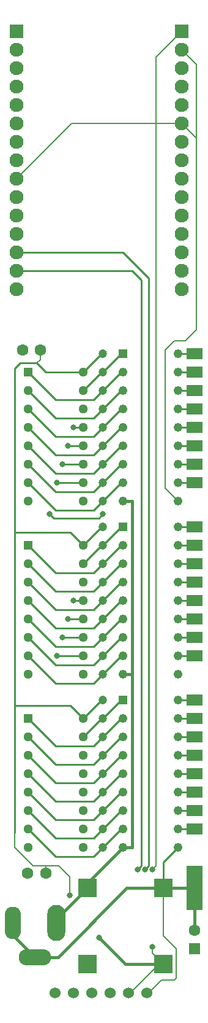
<source format=gtl>
%TF.GenerationSoftware,KiCad,Pcbnew,(7.0.0)*%
%TF.CreationDate,2023-05-15T22:46:06-04:00*%
%TF.ProjectId,clockPCB,636c6f63-6b50-4434-922e-6b696361645f,rev?*%
%TF.SameCoordinates,Original*%
%TF.FileFunction,Copper,L1,Top*%
%TF.FilePolarity,Positive*%
%FSLAX46Y46*%
G04 Gerber Fmt 4.6, Leading zero omitted, Abs format (unit mm)*
G04 Created by KiCad (PCBNEW (7.0.0)) date 2023-05-15 22:46:06*
%MOMM*%
%LPD*%
G01*
G04 APERTURE LIST*
%TA.AperFunction,SMDPad,CuDef*%
%ADD10R,2.286000X1.524000*%
%TD*%
%TA.AperFunction,ComponentPad*%
%ADD11C,1.600000*%
%TD*%
%TA.AperFunction,ComponentPad*%
%ADD12R,1.600000X1.600000*%
%TD*%
%TA.AperFunction,SMDPad,CuDef*%
%ADD13R,2.286000X6.096000*%
%TD*%
%TA.AperFunction,ComponentPad*%
%ADD14R,1.295400X1.295400*%
%TD*%
%TA.AperFunction,ComponentPad*%
%ADD15C,1.295400*%
%TD*%
%TA.AperFunction,ComponentPad*%
%ADD16R,1.930000X1.930000*%
%TD*%
%TA.AperFunction,ComponentPad*%
%ADD17C,1.930000*%
%TD*%
%TA.AperFunction,ComponentPad*%
%ADD18C,1.200000*%
%TD*%
%TA.AperFunction,ComponentPad*%
%ADD19O,2.500000X5.000000*%
%TD*%
%TA.AperFunction,ComponentPad*%
%ADD20O,2.250000X4.500000*%
%TD*%
%TA.AperFunction,ComponentPad*%
%ADD21O,4.500000X2.250000*%
%TD*%
%TA.AperFunction,ComponentPad*%
%ADD22R,1.227074X1.227074*%
%TD*%
%TA.AperFunction,ComponentPad*%
%ADD23C,1.227074*%
%TD*%
%TA.AperFunction,ComponentPad*%
%ADD24C,1.524000*%
%TD*%
%TA.AperFunction,SMDPad,CuDef*%
%ADD25R,2.500000X2.500000*%
%TD*%
%TA.AperFunction,ViaPad*%
%ADD26C,0.800000*%
%TD*%
%TA.AperFunction,Conductor*%
%ADD27C,0.250000*%
%TD*%
%TA.AperFunction,Conductor*%
%ADD28C,0.200000*%
%TD*%
%TA.AperFunction,Conductor*%
%ADD29C,0.400000*%
%TD*%
G04 APERTURE END LIST*
D10*
%TO.P,,*%
%TO.N,*%
X148843999Y-96964499D03*
%TD*%
%TO.P,,*%
%TO.N,*%
X148843999Y-115760499D03*
%TD*%
D11*
%TO.P,REF\u002A\u002A,1*%
%TO.N,N/C*%
X124988000Y-67500500D03*
%TO.P,REF\u002A\u002A,2*%
X127488000Y-67500500D03*
%TD*%
D12*
%TO.P,REF\u002A\u002A,1*%
%TO.N,N/C*%
X148843999Y-150010499D03*
D11*
%TO.P,REF\u002A\u002A,2*%
X148844000Y-147510500D03*
%TD*%
D10*
%TO.P,,*%
%TO.N,*%
X148843999Y-73088499D03*
%TD*%
%TO.P,REF\u002A\u002A,*%
%TO.N,*%
X148843999Y-94424499D03*
%TD*%
D13*
%TO.P,REF\u002A\u002A,*%
%TO.N,*%
X148843999Y-141668499D03*
%TD*%
D10*
%TO.P,,*%
%TO.N,*%
X148843999Y-91884499D03*
%TD*%
D14*
%TO.P,REF\u002A\u002A,1*%
%TO.N,N/C*%
X125793499Y-70548499D03*
D15*
%TO.P,REF\u002A\u002A,2*%
X125793500Y-73088500D03*
%TO.P,REF\u002A\u002A,3*%
X125793500Y-75628500D03*
%TO.P,REF\u002A\u002A,4*%
X125793500Y-78168500D03*
%TO.P,REF\u002A\u002A,5*%
X125793500Y-80708500D03*
%TO.P,REF\u002A\u002A,6*%
X125793500Y-83248500D03*
%TO.P,REF\u002A\u002A,7*%
X125793500Y-85788500D03*
%TO.P,REF\u002A\u002A,8*%
X125793500Y-88328500D03*
%TO.P,REF\u002A\u002A,9*%
X133413500Y-88328500D03*
%TO.P,REF\u002A\u002A,10*%
X133413500Y-85788500D03*
%TO.P,REF\u002A\u002A,11*%
X133413500Y-83248500D03*
%TO.P,REF\u002A\u002A,12*%
X133413500Y-80708500D03*
%TO.P,REF\u002A\u002A,13*%
X133413500Y-78168500D03*
%TO.P,REF\u002A\u002A,14*%
X133413500Y-75628500D03*
%TO.P,REF\u002A\u002A,15*%
X133413500Y-73088500D03*
%TO.P,REF\u002A\u002A,16*%
X133413500Y-70548500D03*
%TD*%
D10*
%TO.P,,*%
%TO.N,*%
X148843999Y-68008499D03*
%TD*%
D16*
%TO.P,REF\u002A\u002A,J1_1*%
%TO.N,N/C*%
X124205999Y-23558499D03*
D17*
%TO.P,REF\u002A\u002A,J1_2*%
X124206000Y-26098500D03*
%TO.P,REF\u002A\u002A,J1_3*%
X124206000Y-28638500D03*
%TO.P,REF\u002A\u002A,J1_4*%
X124206000Y-31178500D03*
%TO.P,REF\u002A\u002A,J1_5*%
X124206000Y-33718500D03*
%TO.P,REF\u002A\u002A,J1_6*%
X124206000Y-36258500D03*
%TO.P,REF\u002A\u002A,J1_7*%
X124206000Y-38798500D03*
%TO.P,REF\u002A\u002A,J1_8*%
X124206000Y-41338500D03*
%TO.P,REF\u002A\u002A,J1_9*%
X124206000Y-43878500D03*
%TO.P,REF\u002A\u002A,J1_10*%
X124206000Y-46418500D03*
%TO.P,REF\u002A\u002A,J1_11*%
X124206000Y-48958500D03*
%TO.P,REF\u002A\u002A,J1_12*%
X124206000Y-51498500D03*
%TO.P,REF\u002A\u002A,J1_13*%
X124206000Y-54038500D03*
%TO.P,REF\u002A\u002A,J1_14*%
X124206000Y-56578500D03*
%TO.P,REF\u002A\u002A,J1_15*%
X124206000Y-59118500D03*
D16*
%TO.P,REF\u002A\u002A,J2_1*%
X147065999Y-23558499D03*
D17*
%TO.P,REF\u002A\u002A,J2_2*%
X147066000Y-26098500D03*
%TO.P,REF\u002A\u002A,J2_3*%
X147066000Y-28638500D03*
%TO.P,REF\u002A\u002A,J2_4*%
X147066000Y-31178500D03*
%TO.P,REF\u002A\u002A,J2_5*%
X147066000Y-33718500D03*
%TO.P,REF\u002A\u002A,J2_6*%
X147066000Y-36258500D03*
%TO.P,REF\u002A\u002A,J2_7*%
X147066000Y-38798500D03*
%TO.P,REF\u002A\u002A,J2_8*%
X147066000Y-41338500D03*
%TO.P,REF\u002A\u002A,J2_9*%
X147066000Y-43878500D03*
%TO.P,REF\u002A\u002A,J2_10*%
X147066000Y-46418500D03*
%TO.P,REF\u002A\u002A,J2_11*%
X147066000Y-48958500D03*
%TO.P,REF\u002A\u002A,J2_12*%
X147066000Y-51498500D03*
%TO.P,REF\u002A\u002A,J2_13*%
X147066000Y-54038500D03*
%TO.P,REF\u002A\u002A,J2_14*%
X147066000Y-56578500D03*
%TO.P,REF\u002A\u002A,J2_15*%
X147066000Y-59118500D03*
%TD*%
D10*
%TO.P,REF\u002A\u002A,*%
%TO.N,*%
X148843999Y-118300499D03*
%TD*%
D18*
%TO.P,REF\u002A\u002A,1*%
%TO.N,N/C*%
X136144000Y-68008500D03*
%TO.P,REF\u002A\u002A,2*%
X136144000Y-70548500D03*
%TO.P,REF\u002A\u002A,3*%
X136144000Y-73088500D03*
%TO.P,REF\u002A\u002A,4*%
X136144000Y-75628500D03*
%TO.P,REF\u002A\u002A,5*%
X136144000Y-78168500D03*
%TO.P,REF\u002A\u002A,6*%
X136144000Y-80708500D03*
%TO.P,REF\u002A\u002A,7*%
X136144000Y-83248500D03*
%TO.P,REF\u002A\u002A,8*%
X136144000Y-85788500D03*
%TO.P,REF\u002A\u002A,9*%
X136144000Y-88328500D03*
%TD*%
D10*
%TO.P,REF\u002A\u002A,*%
%TO.N,*%
X148843999Y-80708499D03*
%TD*%
%TO.P,REF\u002A\u002A,*%
%TO.N,*%
X148843999Y-128460499D03*
%TD*%
%TO.P,,*%
%TO.N,*%
X148843999Y-120840499D03*
%TD*%
D19*
%TO.P,REF\u002A\u002A,1*%
%TO.N,N/C*%
X129697999Y-146494499D03*
D20*
%TO.P,REF\u002A\u002A,2*%
X123697999Y-146494499D03*
D21*
%TO.P,REF\u002A\u002A,3*%
X126697999Y-151194499D03*
%TD*%
D10*
%TO.P,REF\u002A\u002A,*%
%TO.N,*%
X148843999Y-109664499D03*
%TD*%
%TO.P,REF\u002A\u002A,*%
%TO.N,*%
X148843999Y-99504499D03*
%TD*%
%TO.P,,*%
%TO.N,*%
X148843999Y-125920499D03*
%TD*%
%TO.P,,*%
%TO.N,*%
X148843999Y-85788499D03*
%TD*%
%TO.P,,*%
%TO.N,*%
X148843999Y-102044499D03*
%TD*%
D18*
%TO.P,REF\u002A\u002A,1*%
%TO.N,N/C*%
X136144000Y-115760500D03*
%TO.P,REF\u002A\u002A,2*%
X136144000Y-118300500D03*
%TO.P,REF\u002A\u002A,3*%
X136144000Y-120840500D03*
%TO.P,REF\u002A\u002A,4*%
X136144000Y-123380500D03*
%TO.P,REF\u002A\u002A,5*%
X136144000Y-125920500D03*
%TO.P,REF\u002A\u002A,6*%
X136144000Y-128460500D03*
%TO.P,REF\u002A\u002A,7*%
X136144000Y-131000500D03*
%TO.P,REF\u002A\u002A,8*%
X136144000Y-133540500D03*
%TO.P,REF\u002A\u002A,9*%
X136144000Y-136080500D03*
%TD*%
D22*
%TO.P,REF\u002A\u002A,1*%
%TO.N,N/C*%
X138937999Y-115760499D03*
D23*
%TO.P,REF\u002A\u002A,2*%
X138938000Y-118300500D03*
%TO.P,REF\u002A\u002A,3*%
X138938000Y-120840500D03*
%TO.P,REF\u002A\u002A,4*%
X138938000Y-123380500D03*
%TO.P,REF\u002A\u002A,5*%
X138938000Y-125920500D03*
%TO.P,REF\u002A\u002A,6*%
X138938000Y-128460500D03*
%TO.P,REF\u002A\u002A,7*%
X138938000Y-131000500D03*
%TO.P,REF\u002A\u002A,8*%
X138938000Y-133540500D03*
%TO.P,REF\u002A\u002A,9*%
X138938000Y-136080500D03*
%TO.P,REF\u002A\u002A,10*%
X146558000Y-136080500D03*
%TO.P,REF\u002A\u002A,11*%
X146558000Y-133540500D03*
%TO.P,REF\u002A\u002A,12*%
X146558000Y-131000500D03*
%TO.P,REF\u002A\u002A,13*%
X146558000Y-128460500D03*
%TO.P,REF\u002A\u002A,14*%
X146558000Y-125920500D03*
%TO.P,REF\u002A\u002A,15*%
X146558000Y-123380500D03*
%TO.P,REF\u002A\u002A,16*%
X146558000Y-120840500D03*
%TO.P,REF\u002A\u002A,17*%
X146558000Y-118300500D03*
%TO.P,REF\u002A\u002A,18*%
X146558000Y-115760500D03*
%TD*%
D10*
%TO.P,REF\u002A\u002A,*%
%TO.N,*%
X148843999Y-104584499D03*
%TD*%
D14*
%TO.P,REF\u002A\u002A,1*%
%TO.N,N/C*%
X125793499Y-118300499D03*
D15*
%TO.P,REF\u002A\u002A,2*%
X125793500Y-120840500D03*
%TO.P,REF\u002A\u002A,3*%
X125793500Y-123380500D03*
%TO.P,REF\u002A\u002A,4*%
X125793500Y-125920500D03*
%TO.P,REF\u002A\u002A,5*%
X125793500Y-128460500D03*
%TO.P,REF\u002A\u002A,6*%
X125793500Y-131000500D03*
%TO.P,REF\u002A\u002A,7*%
X125793500Y-133540500D03*
%TO.P,REF\u002A\u002A,8*%
X125793500Y-136080500D03*
%TO.P,REF\u002A\u002A,9*%
X133413500Y-136080500D03*
%TO.P,REF\u002A\u002A,10*%
X133413500Y-133540500D03*
%TO.P,REF\u002A\u002A,11*%
X133413500Y-131000500D03*
%TO.P,REF\u002A\u002A,12*%
X133413500Y-128460500D03*
%TO.P,REF\u002A\u002A,13*%
X133413500Y-125920500D03*
%TO.P,REF\u002A\u002A,14*%
X133413500Y-123380500D03*
%TO.P,REF\u002A\u002A,15*%
X133413500Y-120840500D03*
%TO.P,REF\u002A\u002A,16*%
X133413500Y-118300500D03*
%TD*%
D10*
%TO.P,,*%
%TO.N,*%
X148843999Y-83248499D03*
%TD*%
%TO.P,,*%
%TO.N,*%
X148843999Y-75628499D03*
%TD*%
%TO.P,REF\u002A\u002A,*%
%TO.N,*%
X148843999Y-133540499D03*
%TD*%
%TO.P,,*%
%TO.N,*%
X148843999Y-131000499D03*
%TD*%
D24*
%TO.P,REF\u002A\u002A,32K*%
%TO.N,N/C*%
X129540000Y-156146500D03*
%TO.P,REF\u002A\u002A,GND*%
X142240000Y-156146500D03*
%TO.P,REF\u002A\u002A,SCL*%
X134620000Y-156146500D03*
%TO.P,REF\u002A\u002A,SDA*%
X137160000Y-156146500D03*
%TO.P,REF\u002A\u002A,SQW*%
X132080000Y-156146500D03*
%TO.P,REF\u002A\u002A,VCC*%
X139700000Y-156146500D03*
%TD*%
D11*
%TO.P,REF\u002A\u002A,1*%
%TO.N,N/C*%
X125730000Y-139636500D03*
%TO.P,REF\u002A\u002A,2*%
X128230000Y-139636500D03*
%TD*%
D14*
%TO.P,REF\u002A\u002A,1*%
%TO.N,N/C*%
X125793499Y-94424499D03*
D15*
%TO.P,REF\u002A\u002A,2*%
X125793500Y-96964500D03*
%TO.P,REF\u002A\u002A,3*%
X125793500Y-99504500D03*
%TO.P,REF\u002A\u002A,4*%
X125793500Y-102044500D03*
%TO.P,REF\u002A\u002A,5*%
X125793500Y-104584500D03*
%TO.P,REF\u002A\u002A,6*%
X125793500Y-107124500D03*
%TO.P,REF\u002A\u002A,7*%
X125793500Y-109664500D03*
%TO.P,REF\u002A\u002A,8*%
X125793500Y-112204500D03*
%TO.P,REF\u002A\u002A,9*%
X133413500Y-112204500D03*
%TO.P,REF\u002A\u002A,10*%
X133413500Y-109664500D03*
%TO.P,REF\u002A\u002A,11*%
X133413500Y-107124500D03*
%TO.P,REF\u002A\u002A,12*%
X133413500Y-104584500D03*
%TO.P,REF\u002A\u002A,13*%
X133413500Y-102044500D03*
%TO.P,REF\u002A\u002A,14*%
X133413500Y-99504500D03*
%TO.P,REF\u002A\u002A,15*%
X133413500Y-96964500D03*
%TO.P,REF\u002A\u002A,16*%
X133413500Y-94424500D03*
%TD*%
D10*
%TO.P,,*%
%TO.N,*%
X148843999Y-107124499D03*
%TD*%
D22*
%TO.P,REF\u002A\u002A,1*%
%TO.N,N/C*%
X138937999Y-91884499D03*
D23*
%TO.P,REF\u002A\u002A,2*%
X138938000Y-94424500D03*
%TO.P,REF\u002A\u002A,3*%
X138938000Y-96964500D03*
%TO.P,REF\u002A\u002A,4*%
X138938000Y-99504500D03*
%TO.P,REF\u002A\u002A,5*%
X138938000Y-102044500D03*
%TO.P,REF\u002A\u002A,6*%
X138938000Y-104584500D03*
%TO.P,REF\u002A\u002A,7*%
X138938000Y-107124500D03*
%TO.P,REF\u002A\u002A,8*%
X138938000Y-109664500D03*
%TO.P,REF\u002A\u002A,9*%
X138938000Y-112204500D03*
%TO.P,REF\u002A\u002A,10*%
X146558000Y-112204500D03*
%TO.P,REF\u002A\u002A,11*%
X146558000Y-109664500D03*
%TO.P,REF\u002A\u002A,12*%
X146558000Y-107124500D03*
%TO.P,REF\u002A\u002A,13*%
X146558000Y-104584500D03*
%TO.P,REF\u002A\u002A,14*%
X146558000Y-102044500D03*
%TO.P,REF\u002A\u002A,15*%
X146558000Y-99504500D03*
%TO.P,REF\u002A\u002A,16*%
X146558000Y-96964500D03*
%TO.P,REF\u002A\u002A,17*%
X146558000Y-94424500D03*
%TO.P,REF\u002A\u002A,18*%
X146558000Y-91884500D03*
%TD*%
D10*
%TO.P,,*%
%TO.N,*%
X148843999Y-78168499D03*
%TD*%
D25*
%TO.P,REF\u002A\u002A,1*%
%TO.N,N/C*%
X134025999Y-141668499D03*
%TO.P,REF\u002A\u002A,2*%
X134025999Y-152168499D03*
%TO.P,REF\u002A\u002A,3*%
X144525999Y-152168499D03*
%TO.P,REF\u002A\u002A,4*%
X144525999Y-141668499D03*
%TD*%
D18*
%TO.P,REF\u002A\u002A,1*%
%TO.N,N/C*%
X136144000Y-91884500D03*
%TO.P,REF\u002A\u002A,2*%
X136144000Y-94424500D03*
%TO.P,REF\u002A\u002A,3*%
X136144000Y-96964500D03*
%TO.P,REF\u002A\u002A,4*%
X136144000Y-99504500D03*
%TO.P,REF\u002A\u002A,5*%
X136144000Y-102044500D03*
%TO.P,REF\u002A\u002A,6*%
X136144000Y-104584500D03*
%TO.P,REF\u002A\u002A,7*%
X136144000Y-107124500D03*
%TO.P,REF\u002A\u002A,8*%
X136144000Y-109664500D03*
%TO.P,REF\u002A\u002A,9*%
X136144000Y-112204500D03*
%TD*%
D10*
%TO.P,REF\u002A\u002A,*%
%TO.N,*%
X148843999Y-70548499D03*
%TD*%
D22*
%TO.P,REF\u002A\u002A,1*%
%TO.N,N/C*%
X138937999Y-68008499D03*
D23*
%TO.P,REF\u002A\u002A,2*%
X138938000Y-70548500D03*
%TO.P,REF\u002A\u002A,3*%
X138938000Y-73088500D03*
%TO.P,REF\u002A\u002A,4*%
X138938000Y-75628500D03*
%TO.P,REF\u002A\u002A,5*%
X138938000Y-78168500D03*
%TO.P,REF\u002A\u002A,6*%
X138938000Y-80708500D03*
%TO.P,REF\u002A\u002A,7*%
X138938000Y-83248500D03*
%TO.P,REF\u002A\u002A,8*%
X138938000Y-85788500D03*
%TO.P,REF\u002A\u002A,9*%
X138938000Y-88328500D03*
%TO.P,REF\u002A\u002A,10*%
X146558000Y-88328500D03*
%TO.P,REF\u002A\u002A,11*%
X146558000Y-85788500D03*
%TO.P,REF\u002A\u002A,12*%
X146558000Y-83248500D03*
%TO.P,REF\u002A\u002A,13*%
X146558000Y-80708500D03*
%TO.P,REF\u002A\u002A,14*%
X146558000Y-78168500D03*
%TO.P,REF\u002A\u002A,15*%
X146558000Y-75628500D03*
%TO.P,REF\u002A\u002A,16*%
X146558000Y-73088500D03*
%TO.P,REF\u002A\u002A,17*%
X146558000Y-70548500D03*
%TO.P,REF\u002A\u002A,18*%
X146558000Y-68008500D03*
%TD*%
D10*
%TO.P,,*%
%TO.N,*%
X148843999Y-123380499D03*
%TD*%
D26*
%TO.N,*%
X131572000Y-142684500D03*
X143002000Y-149796500D03*
X132080000Y-102044500D03*
X140970000Y-139128500D03*
X131318000Y-104584500D03*
X129794000Y-85788500D03*
X141986000Y-139128500D03*
X135636000Y-148526500D03*
X136144000Y-90106500D03*
X130556000Y-107124500D03*
X130556000Y-83248500D03*
X128778000Y-90106500D03*
X143002000Y-139128500D03*
X131318000Y-80708500D03*
X129794000Y-109664500D03*
X132080000Y-78168500D03*
%TD*%
D27*
%TO.N,*%
X129349500Y-90678000D02*
X128778000Y-90106500D01*
X135572500Y-90678000D02*
X129349500Y-90678000D01*
X136144000Y-90106500D02*
X135572500Y-90678000D01*
D28*
X147066000Y-36258500D02*
X131826000Y-36258500D01*
X131826000Y-36258500D02*
X124206000Y-43878500D01*
D27*
X135953500Y-68008500D02*
X136144000Y-68008500D01*
X133413500Y-70548500D02*
X135953500Y-68008500D01*
X135953500Y-91884500D02*
X136144000Y-91884500D01*
X133413500Y-94424500D02*
X135953500Y-91884500D01*
X135953500Y-115760500D02*
X136144000Y-115760500D01*
X133413500Y-118300500D02*
X135953500Y-115760500D01*
D29*
X139446000Y-141668500D02*
X144526000Y-141668500D01*
D27*
X138684000Y-102044500D02*
X138938000Y-102044500D01*
X133254750Y-78168500D02*
X132080000Y-78168500D01*
X148844000Y-73088500D02*
X146558000Y-73088500D01*
X134874000Y-132270500D02*
X136144000Y-131000500D01*
D28*
X149098000Y-64706500D02*
X149098000Y-38798500D01*
D29*
X129920000Y-151194500D02*
X139446000Y-141668500D01*
D28*
X131572000Y-140144500D02*
X131572000Y-142684500D01*
D27*
X129603500Y-98234500D02*
X134874000Y-98234500D01*
X138684000Y-107124500D02*
X138938000Y-107124500D01*
X130556000Y-107124500D02*
X133413500Y-107124500D01*
D29*
X138938000Y-136080500D02*
X134026000Y-140992500D01*
D27*
X129603500Y-122110500D02*
X134874000Y-122110500D01*
X148844000Y-96964500D02*
X146558000Y-96964500D01*
X125793500Y-96964500D02*
X129603500Y-100774500D01*
X125793500Y-99504500D02*
X129603500Y-103314500D01*
X136144000Y-96964500D02*
X138684000Y-94424500D01*
X125793500Y-107124500D02*
X129603500Y-110934500D01*
X125793500Y-104584500D02*
X129603500Y-108394500D01*
D28*
X123952000Y-136080500D02*
X126492000Y-138620500D01*
D29*
X126698000Y-151194500D02*
X129920000Y-151194500D01*
D27*
X148844000Y-94424500D02*
X146558000Y-94424500D01*
X136144000Y-99504500D02*
X138684000Y-96964500D01*
X134874000Y-81978500D02*
X136144000Y-80708500D01*
X129603500Y-105854500D02*
X134874000Y-105854500D01*
D29*
X140208000Y-112204500D02*
X140208000Y-88328500D01*
D27*
X134874000Y-129730500D02*
X136144000Y-128460500D01*
X123952000Y-116522500D02*
X123952000Y-134048500D01*
X125793500Y-128460500D02*
X129603500Y-132270500D01*
X148844000Y-118300500D02*
X146558000Y-118300500D01*
X134874000Y-98234500D02*
X136144000Y-96964500D01*
X133413500Y-109664500D02*
X129794000Y-109664500D01*
X136144000Y-120840500D02*
X138684000Y-118300500D01*
D28*
X144526000Y-148272500D02*
X144526000Y-141668500D01*
D27*
X136144000Y-78168500D02*
X138684000Y-75628500D01*
D28*
X127000000Y-69278500D02*
X127488000Y-68790500D01*
D27*
X125793500Y-70548500D02*
X129603500Y-74358500D01*
X136144000Y-125920500D02*
X138684000Y-123380500D01*
D28*
X143002000Y-149796500D02*
X143002000Y-150644500D01*
D27*
X133413500Y-73088500D02*
X135953500Y-70548500D01*
X138684000Y-96964500D02*
X138938000Y-96964500D01*
D29*
X139278000Y-152168500D02*
X135636000Y-148526500D01*
X144526000Y-141668500D02*
X148844000Y-141668500D01*
D27*
X136144000Y-123380500D02*
X138684000Y-120840500D01*
X125793500Y-131000500D02*
X129603500Y-134810500D01*
X129603500Y-79438500D02*
X134874000Y-79438500D01*
X138684000Y-104584500D02*
X138938000Y-104584500D01*
X134874000Y-110934500D02*
X136144000Y-109664500D01*
X148844000Y-91884500D02*
X146558000Y-91884500D01*
X141478000Y-138620500D02*
X141478000Y-57848500D01*
X125793500Y-85788500D02*
X129603500Y-89598500D01*
X134874000Y-84518500D02*
X136144000Y-83248500D01*
X134874000Y-103314500D02*
X136144000Y-102044500D01*
X125793500Y-123380500D02*
X129603500Y-127190500D01*
X125793500Y-120840500D02*
X129603500Y-124650500D01*
X133413500Y-70548500D02*
X128270000Y-70548500D01*
X129603500Y-81978500D02*
X134874000Y-81978500D01*
X138684000Y-131000500D02*
X138938000Y-131000500D01*
X135953500Y-70548500D02*
X136144000Y-70548500D01*
X142494000Y-138620500D02*
X142494000Y-57594500D01*
X148844000Y-131000500D02*
X146558000Y-131000500D01*
X129603500Y-132270500D02*
X134874000Y-132270500D01*
D28*
X144780000Y-86550500D02*
X144780000Y-67500500D01*
D27*
X144526000Y-138112500D02*
X146558000Y-136080500D01*
X138684000Y-83248500D02*
X138938000Y-83248500D01*
X129603500Y-100774500D02*
X134874000Y-100774500D01*
X133254750Y-85788500D02*
X129889250Y-85788500D01*
X123952000Y-116522500D02*
X123952000Y-92646500D01*
X148844000Y-83248500D02*
X146558000Y-83248500D01*
X136144000Y-112204500D02*
X138684000Y-109664500D01*
X148844000Y-68008500D02*
X146558000Y-68008500D01*
X138684000Y-75628500D02*
X138938000Y-75628500D01*
D28*
X144780000Y-67500500D02*
X146050000Y-66230500D01*
D27*
X135953500Y-118300500D02*
X136144000Y-118300500D01*
D29*
X140208000Y-136080500D02*
X140208000Y-112204500D01*
D27*
X148844000Y-85788500D02*
X146558000Y-85788500D01*
X125793500Y-102044500D02*
X129603500Y-105854500D01*
D29*
X134026000Y-140992500D02*
X134026000Y-141668500D01*
D27*
X129603500Y-134810500D02*
X134874000Y-134810500D01*
D28*
X149098000Y-38290500D02*
X149098000Y-38798500D01*
D27*
X138684000Y-80708500D02*
X138938000Y-80708500D01*
X134874000Y-113474500D02*
X136144000Y-112204500D01*
X133413500Y-94424500D02*
X131635500Y-92646500D01*
X136144000Y-83248500D02*
X138684000Y-80708500D01*
D28*
X146304000Y-154114500D02*
X146304000Y-150050500D01*
D27*
X129603500Y-137350500D02*
X134874000Y-137350500D01*
D28*
X147574000Y-66230500D02*
X149098000Y-64706500D01*
D27*
X138684000Y-133540500D02*
X138938000Y-133540500D01*
X134874000Y-79438500D02*
X136144000Y-78168500D01*
D28*
X130048000Y-138620500D02*
X131572000Y-140144500D01*
D27*
X148844000Y-123380500D02*
X146558000Y-123380500D01*
D28*
X141986000Y-156654500D02*
X144272000Y-154368500D01*
D27*
X136144000Y-73088500D02*
X138684000Y-70548500D01*
D28*
X126492000Y-138620500D02*
X128270000Y-138620500D01*
X143510000Y-138620500D02*
X143510000Y-27114500D01*
D27*
X136144000Y-70548500D02*
X138684000Y-68008500D01*
X129603500Y-74358500D02*
X134874000Y-74358500D01*
D29*
X144526000Y-152168500D02*
X139278000Y-152168500D01*
D27*
X128270000Y-70548500D02*
X127000000Y-69278500D01*
X125793500Y-94424500D02*
X129603500Y-98234500D01*
X148844000Y-80708500D02*
X146558000Y-80708500D01*
X148844000Y-78168500D02*
X146558000Y-78168500D01*
X138684000Y-70548500D02*
X138938000Y-70548500D01*
X129603500Y-113474500D02*
X134874000Y-113474500D01*
X134874000Y-76898500D02*
X136144000Y-75628500D01*
X136144000Y-80708500D02*
X138684000Y-78168500D01*
X144526000Y-141668500D02*
X144526000Y-138112500D01*
X134874000Y-134810500D02*
X136144000Y-133540500D01*
X138684000Y-125920500D02*
X138938000Y-125920500D01*
X138684000Y-109664500D02*
X138938000Y-109664500D01*
X148844000Y-128460500D02*
X146558000Y-128460500D01*
X125793500Y-118300500D02*
X129603500Y-122110500D01*
X133254750Y-83248500D02*
X130556000Y-83248500D01*
X129889250Y-85788500D02*
X129794000Y-85788500D01*
X129889250Y-85788500D02*
X129889250Y-85788500D01*
X125793500Y-78168500D02*
X129603500Y-81978500D01*
X125793500Y-133540500D02*
X129603500Y-137350500D01*
X138684000Y-73088500D02*
X138938000Y-73088500D01*
X134874000Y-89598500D02*
X136144000Y-88328500D01*
X133413500Y-96964500D02*
X135953500Y-94424500D01*
D28*
X146304000Y-150050500D02*
X144526000Y-148272500D01*
D27*
X134874000Y-108394500D02*
X136144000Y-107124500D01*
X136144000Y-109664500D02*
X138684000Y-107124500D01*
X134874000Y-127190500D02*
X136144000Y-125920500D01*
X129603500Y-110934500D02*
X134874000Y-110934500D01*
X129603500Y-84518500D02*
X134874000Y-84518500D01*
X125793500Y-83248500D02*
X129603500Y-87058500D01*
X133413500Y-118300500D02*
X131635500Y-116522500D01*
D28*
X147066000Y-36258500D02*
X149098000Y-38290500D01*
D27*
X134874000Y-105854500D02*
X136144000Y-104584500D01*
X142494000Y-57594500D02*
X138938000Y-54038500D01*
X148844000Y-125920500D02*
X146558000Y-125920500D01*
X135953500Y-94424500D02*
X136144000Y-94424500D01*
X134874000Y-100774500D02*
X136144000Y-99504500D01*
D29*
X138938000Y-88328500D02*
X140208000Y-88328500D01*
D27*
X141986000Y-139128500D02*
X142494000Y-138620500D01*
X136144000Y-131000500D02*
X138684000Y-128460500D01*
X148844000Y-104584500D02*
X146558000Y-104584500D01*
X138684000Y-115760500D02*
X138938000Y-115760500D01*
X129794000Y-85788500D02*
X129794000Y-85693250D01*
X129603500Y-87058500D02*
X134874000Y-87058500D01*
X133413500Y-104584500D02*
X131318000Y-104584500D01*
D28*
X128270000Y-138620500D02*
X128270000Y-139596500D01*
X143510000Y-27114500D02*
X147066000Y-23558500D01*
D27*
X133413500Y-120840500D02*
X135953500Y-118300500D01*
X138684000Y-99504500D02*
X138938000Y-99504500D01*
X125793500Y-125920500D02*
X129603500Y-129730500D01*
X140970000Y-139128500D02*
X141478000Y-138620500D01*
D29*
X123698000Y-148194500D02*
X126698000Y-151194500D01*
D27*
X125793500Y-73088500D02*
X129603500Y-76898500D01*
D28*
X143002000Y-139128500D02*
X143510000Y-138620500D01*
D27*
X136144000Y-118300500D02*
X138684000Y-115760500D01*
X134874000Y-124650500D02*
X136144000Y-123380500D01*
X138684000Y-128460500D02*
X138938000Y-128460500D01*
X148844000Y-115760500D02*
X146558000Y-115760500D01*
X136144000Y-88328500D02*
X138684000Y-85788500D01*
D28*
X143932000Y-152168500D02*
X144526000Y-152168500D01*
X149098000Y-28130500D02*
X147066000Y-26098500D01*
D29*
X129698000Y-145996500D02*
X129698000Y-146494500D01*
D27*
X138684000Y-85788500D02*
X138938000Y-85788500D01*
D28*
X146050000Y-154368500D02*
X146304000Y-154114500D01*
D27*
X141478000Y-57848500D02*
X140208000Y-56578500D01*
X148844000Y-107124500D02*
X146558000Y-107124500D01*
X148844000Y-99504500D02*
X146558000Y-99504500D01*
D28*
X146558000Y-88328500D02*
X144780000Y-86550500D01*
D27*
X136144000Y-85788500D02*
X138684000Y-83248500D01*
X136144000Y-107124500D02*
X138684000Y-104584500D01*
X132080000Y-102044500D02*
X133413500Y-102044500D01*
X125793500Y-109664500D02*
X129603500Y-113474500D01*
X148844000Y-70548500D02*
X146558000Y-70548500D01*
D28*
X127488000Y-68790500D02*
X127488000Y-67500500D01*
D29*
X123698000Y-146494500D02*
X123698000Y-148194500D01*
D27*
X138684000Y-94424500D02*
X138938000Y-94424500D01*
X124714000Y-69278500D02*
X123952000Y-70040500D01*
D29*
X138938000Y-136080500D02*
X140208000Y-136080500D01*
D27*
X136144000Y-133540500D02*
X138684000Y-131000500D01*
X148844000Y-133540500D02*
X146558000Y-133540500D01*
X138684000Y-118300500D02*
X138938000Y-118300500D01*
D29*
X148844000Y-147510500D02*
X148844000Y-141668500D01*
D28*
X123952000Y-134048500D02*
X123952000Y-136080500D01*
D29*
X140208000Y-112204500D02*
X138938000Y-112204500D01*
D27*
X136144000Y-128460500D02*
X138684000Y-125920500D01*
X148844000Y-75628500D02*
X146558000Y-75628500D01*
X129603500Y-89598500D02*
X134874000Y-89598500D01*
X138684000Y-120840500D02*
X138938000Y-120840500D01*
X140208000Y-56578500D02*
X124206000Y-56578500D01*
X136144000Y-102044500D02*
X138684000Y-99504500D01*
X131635500Y-116522500D02*
X123952000Y-116522500D01*
X125793500Y-80708500D02*
X129603500Y-84518500D01*
X134874000Y-122110500D02*
X136144000Y-120840500D01*
D28*
X144272000Y-154368500D02*
X146050000Y-154368500D01*
D27*
X129603500Y-127190500D02*
X134874000Y-127190500D01*
X129603500Y-124650500D02*
X134874000Y-124650500D01*
D28*
X149098000Y-38798500D02*
X149098000Y-28130500D01*
D27*
X129603500Y-108394500D02*
X134874000Y-108394500D01*
X138684000Y-78168500D02*
X138938000Y-78168500D01*
X129603500Y-103314500D02*
X134874000Y-103314500D01*
D28*
X143002000Y-150644500D02*
X144526000Y-152168500D01*
D27*
X129603500Y-129730500D02*
X134874000Y-129730500D01*
X134874000Y-137350500D02*
X136144000Y-136080500D01*
X138938000Y-54038500D02*
X124206000Y-54038500D01*
X138684000Y-123380500D02*
X138938000Y-123380500D01*
X138684000Y-68008500D02*
X138938000Y-68008500D01*
X136144000Y-104584500D02*
X138684000Y-102044500D01*
X136144000Y-136080500D02*
X138684000Y-133540500D01*
X127000000Y-69278500D02*
X124714000Y-69278500D01*
D28*
X128270000Y-138620500D02*
X130048000Y-138620500D01*
D27*
X125793500Y-75628500D02*
X129603500Y-79438500D01*
D29*
X134026000Y-141668500D02*
X129698000Y-145996500D01*
D27*
X148844000Y-120840500D02*
X146558000Y-120840500D01*
X134874000Y-87058500D02*
X136144000Y-85788500D01*
X133254750Y-80708500D02*
X131318000Y-80708500D01*
X129603500Y-76898500D02*
X134874000Y-76898500D01*
D28*
X146050000Y-66230500D02*
X147574000Y-66230500D01*
X139446000Y-156654500D02*
X143932000Y-152168500D01*
D27*
X131635500Y-92646500D02*
X123952000Y-92646500D01*
X148844000Y-102044500D02*
X146558000Y-102044500D01*
X123952000Y-70040500D02*
X123952000Y-92646500D01*
X134874000Y-74358500D02*
X136144000Y-73088500D01*
X136144000Y-94424500D02*
X138684000Y-91884500D01*
X138684000Y-91884500D02*
X138938000Y-91884500D01*
X148844000Y-109664500D02*
X146558000Y-109664500D01*
D28*
X128270000Y-139596500D02*
X128230000Y-139636500D01*
D27*
X136144000Y-75628500D02*
X138684000Y-73088500D01*
%TD*%
M02*

</source>
